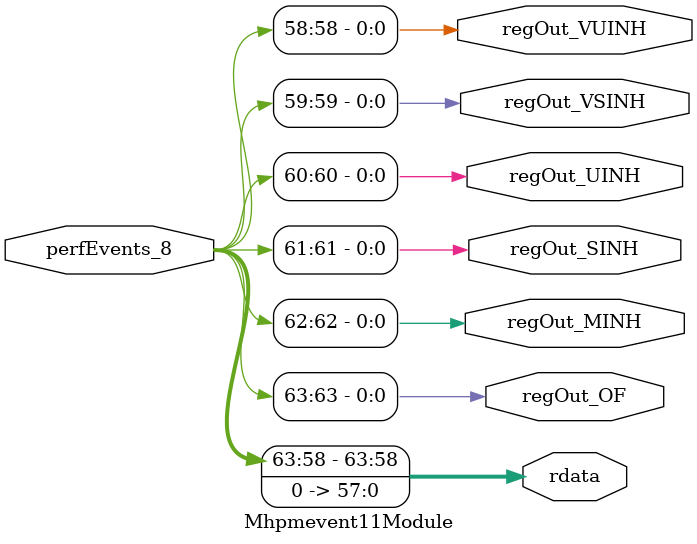
<source format=v>
`ifndef RANDOMIZE
  `ifdef RANDOMIZE_MEM_INIT
    `define RANDOMIZE
  `endif // RANDOMIZE_MEM_INIT
`endif // not def RANDOMIZE
`ifndef RANDOMIZE
  `ifdef RANDOMIZE_REG_INIT
    `define RANDOMIZE
  `endif // RANDOMIZE_REG_INIT
`endif // not def RANDOMIZE
`ifndef RANDOM
  `define RANDOM $random
`endif // not def RANDOM
// Users can define INIT_RANDOM as general code that gets injected into the
// initializer block for modules with registers.
`ifndef INIT_RANDOM
  `define INIT_RANDOM
`endif // not def INIT_RANDOM
// If using random initialization, you can also define RANDOMIZE_DELAY to
// customize the delay used, otherwise 0.002 is used.
`ifndef RANDOMIZE_DELAY
  `define RANDOMIZE_DELAY 0.002
`endif // not def RANDOMIZE_DELAY
// Define INIT_RANDOM_PROLOG_ for use in our modules below.
`ifndef INIT_RANDOM_PROLOG_
  `ifdef RANDOMIZE
    `ifdef VERILATOR
      `define INIT_RANDOM_PROLOG_ `INIT_RANDOM
    `else  // VERILATOR
      `define INIT_RANDOM_PROLOG_ `INIT_RANDOM #`RANDOMIZE_DELAY begin end
    `endif // VERILATOR
  `else  // RANDOMIZE
    `define INIT_RANDOM_PROLOG_
  `endif // RANDOMIZE
`endif // not def INIT_RANDOM_PROLOG_
// Include register initializers in init blocks unless synthesis is set
`ifndef SYNTHESIS
  `ifndef ENABLE_INITIAL_REG_
    `define ENABLE_INITIAL_REG_
  `endif // not def ENABLE_INITIAL_REG_
`endif // not def SYNTHESIS
// Include rmemory initializers in init blocks unless synthesis is set
`ifndef SYNTHESIS
  `ifndef ENABLE_INITIAL_MEM_
    `define ENABLE_INITIAL_MEM_
  `endif // not def ENABLE_INITIAL_MEM_
`endif // not def SYNTHESIS
module Mhpmevent11Module(
  output [63:0] rdata,
  output        regOut_OF,
  output        regOut_MINH,
  output        regOut_SINH,
  output        regOut_UINH,
  output        regOut_VSINH,
  output        regOut_VUINH,
  input  [63:0] perfEvents_8
);

  assign rdata = {perfEvents_8[63:58], 58'h0};
  assign regOut_OF = perfEvents_8[63];
  assign regOut_MINH = perfEvents_8[62];
  assign regOut_SINH = perfEvents_8[61];
  assign regOut_UINH = perfEvents_8[60];
  assign regOut_VSINH = perfEvents_8[59];
  assign regOut_VUINH = perfEvents_8[58];
endmodule


</source>
